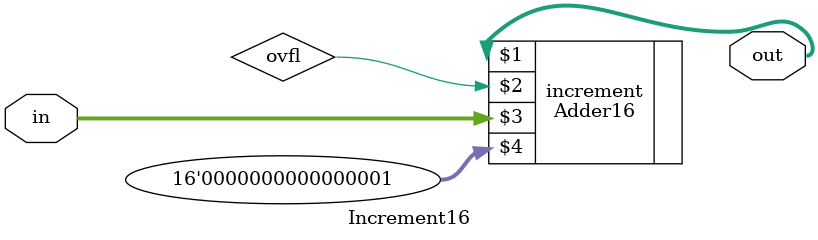
<source format=v>
/* módulo Increment16 */

`ifndef _Increment16_
`define _Increment16_

`include "Adder16.v"

module Increment16(out, in);
    input [15:0] in;
    output [15:0] out;
    wire ovfl;

    Adder16 increment(out, ovfl, in, 16'b0000000000000001);


    // Descrição de conexões internas do módulo

endmodule

`endif
</source>
